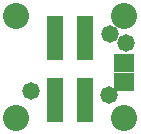
<source format=gbs>
G04*
G04 #@! TF.GenerationSoftware,Altium Limited,Altium Designer,22.2.1 (43)*
G04*
G04 Layer_Color=16711935*
%FSLAX25Y25*%
%MOIN*%
G70*
G04*
G04 #@! TF.SameCoordinates,45019255-E314-4CC0-BBC9-7E872D735D2A*
G04*
G04*
G04 #@! TF.FilePolarity,Negative*
G04*
G01*
G75*
%ADD14C,0.08674*%
%ADD15C,0.05800*%
%ADD21R,0.05800X0.14796*%
%ADD22R,0.06509X0.05918*%
D14*
X18000Y-16500D02*
D03*
Y17500D02*
D03*
X-18000Y-16500D02*
D03*
Y17500D02*
D03*
D15*
X12752Y-9000D02*
D03*
X-13000Y-7500D02*
D03*
X13304Y11500D02*
D03*
X18500Y8500D02*
D03*
D21*
X5000Y10000D02*
D03*
Y-10512D02*
D03*
X-5000Y10000D02*
D03*
Y-10512D02*
D03*
D22*
X18000Y-4650D02*
D03*
Y1650D02*
D03*
M02*

</source>
